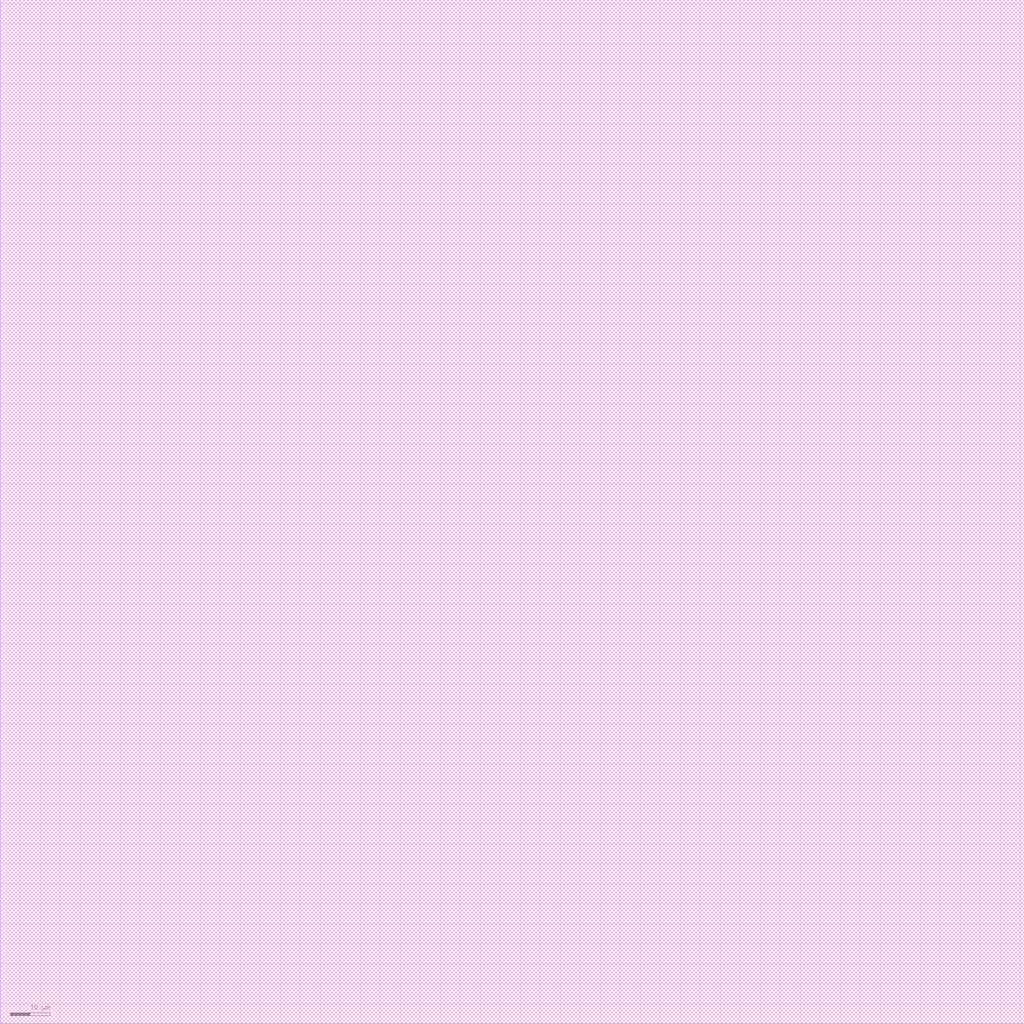
<source format=lef>
VERSION 5.8 ;

MACRO tt_logo
  CLASS BLOCK ;
  ORIGIN 0 0 ;
  FOREIGN tt_logo 0 0 ;
  SIZE 256.0 BY 256.0 ;

  OBS
    LAYER TopMetal2 ;
      RECT 0 0 256.0 256.0 ;
  END
END tt_logo

</source>
